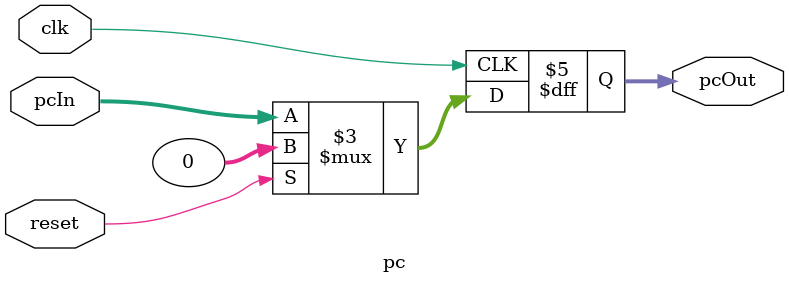
<source format=v>
module pc(
    input wire clk,
    input wire reset,
    input wire [31:0] pcIn,
    output reg [31:0] pcOut
);
    always @(posedge clk) begin
        if (reset) begin
            pcOut = 31'd0;
        end
        else begin
            pcOut = pcIn;
        end
    end
endmodule

</source>
